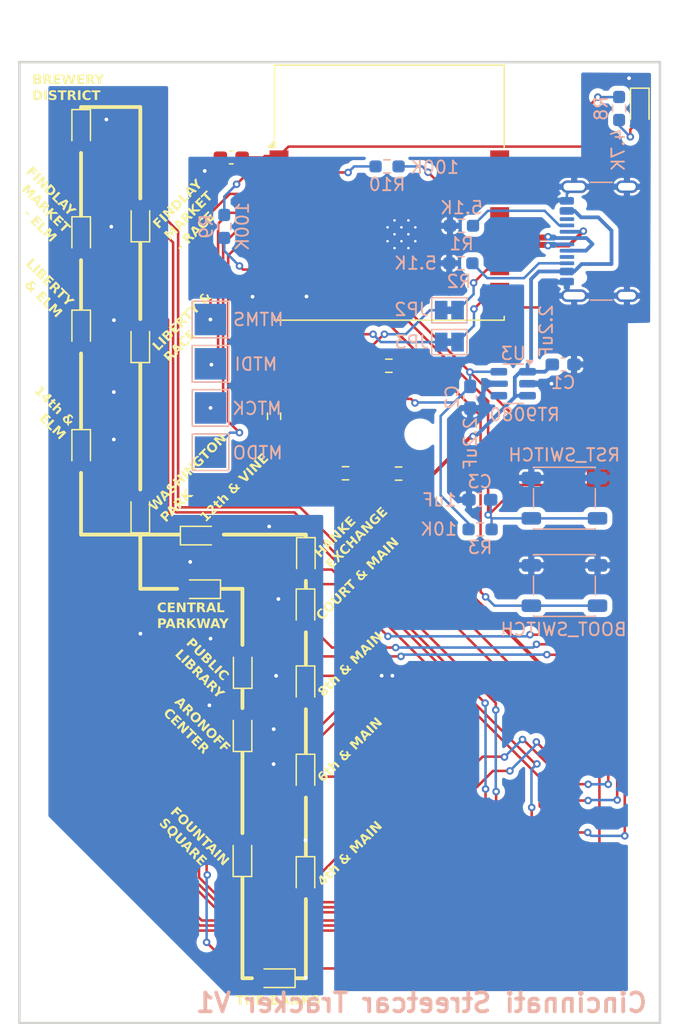
<source format=kicad_pcb>
(kicad_pcb (version 20240108) (generator "pcbnew") (generator_version "8.0")
  (layers (0 "F.Cu" signal) (31 "B.Cu" signal) (34 "B.Paste" user) (35 "F.Paste" user) (36 "B.SilkS" user "B.Silkscreen") (37 "F.SilkS" user "F.Silkscreen") (38 "B.Mask" user) (39 "F.Mask" user) (44 "Edge.Cuts" user))
  (net 0 "")
  (net 1 "+5V")
  (net 2 "GND")
  (net 3 "+3V3")
  (net 4 "/RESET")
  (net 5 "Net-(D1-A)")
  (net 6 "/COM_0")
  (net 7 "Net-(D18-A)")
  (net 8 "Net-(D10-A)")
  (net 9 "Net-(D11-A)")
  (net 10 "/ROW_11")
  (net 11 "/ROW_12")
  (net 12 "/ROW_13")
  (net 13 "/ROW_14")
  (net 14 "/ROW_15")
  (net 15 "/COM_1")
  (net 16 "/COM_2")
  (net 17 "Net-(D100-A)")
  (net 18 "/SDA_3V3")
  (net 19 "Net-(JP2-A)")
  (net 20 "Net-(JP3-A)")
  (net 21 "/SCL_3V3")
  (net 22 "/SDA_5V")
  (net 23 "/SCL_5V")
  (net 24 "Net-(U2-IO8)")
  (net 25 "Net-(U2-IO2)")
  (net 26 "Net-(U2-IO4)")
  (net 27 "Net-(U2-IO5)")
  (net 28 "Net-(U2-IO6)")
  (net 29 "Net-(U2-IO7)")
  (net 30 "Net-(U2-IO10)")
  (net 36 "/USB_N")
  (net 37 "/BOOT")
  (net 40 "/USB_P")
  (net 43 "Net-(J1-CC1)")
  (net 44 "Net-(J1-CC2)")
  (net 47 "Net-(D3-A)")
  (net 48 "Net-(D4-A)")
  (net 49 "Net-(D5-A)")
  (net 50 "Net-(D6-A)")
  (net 51 "Net-(D7-A)")
  (net 52 "Net-(D8-A)")
  (net 53 "Net-(D9-A)")
  (footprint "LED_SMD:LED_0603_1608Metric_Pad1.05x0.95mm_HandSolder" (layer "F.Cu") (at 106.5 64.725 -90)
    (property "Reference" "D10" (hide yes))
    (property "Value" "LED_Small_Filled")
  )
  (footprint "LED_SMD:LED_0603_1608Metric_Pad1.05x0.95mm_HandSolder" (layer "F.Cu") (at 106.5 56.225 -90)
    (property "Reference" "D11" (hide yes))
    (property "Value" "LED_Small_Filled")
  )
  (footprint "Resistor_SMD:R_0603_1608Metric_Pad0.98x0.95mm_HandSolder" (layer "F.Cu") (at 127.4625 83.4 180)
    (property "Reference" "R7" (hide yes))
    (property "Value" "10K")
  )
  (footprint "LED_SMD:LED_0603_1608Metric_Pad1.05x0.95mm_HandSolder" (layer "F.Cu") (at 150.8 54.525 -90)
    (property "Reference" "D100" (hide yes))
    (property "Value" "LED")
  )
  (footprint "Package_TO_SOT_SMD:SOT-23_Handsoldering" (layer "F.Cu") (at 128.925 79 -90)
    (property "Reference" "Q1" (hide yes))
    (property "Value" "BSS138")
  )
  (footprint "LED_SMD:LED_0603_1608Metric_Pad1.05x0.95mm_HandSolder" (layer "F.Cu") (at 111.2 63.3875 90)
    (property "Reference" "D12" (hide yes))
    (property "Value" "LED_Small_Filled")
  )
  (footprint "LED_SMD:LED_0603_1608Metric_Pad1.05x0.95mm_HandSolder" (layer "F.Cu") (at 119.31 98.7925 90)
    (property "Reference" "D16" (hide yes))
    (property "Value" "LED_Small_Filled")
  )
  (footprint "MountingHole:MountingHole_2.1mm" (layer "F.Cu") (at 133.38 80.31)
    (property "Reference" "H1" (hide yes))
    (property "Value" "MountingHole")
  )
  (footprint "LED_SMD:LED_0603_1608Metric_Pad1.05x0.95mm_HandSolder" (layer "F.Cu") (at 111.19 86.4625 90)
    (property "Reference" "D14" (hide yes))
    (property "Value" "LED_Small_Filled")
  )
  (footprint "TestPoint:TestPoint_Pad_2.5x2.5mm" (layer "F.Cu") (at 147.85 80.82 180)
    (property "Reference" "TP10" (hide yes))
    (property "Value" "RST")
  )
  (footprint "LED_SMD:LED_0603_1608Metric_Pad1.05x0.95mm_HandSolder" (layer "F.Cu") (at 124.29 115.4625 -90)
    (property "Reference" "D2" (hide yes))
    (property "Value" "LED_Small_Filled")
  )
  (footprint "TestPoint:TestPoint_Pad_2.5x2.5mm" (layer "F.Cu") (at 147.84 73.8)
    (property "Reference" "TP5" (hide yes))
    (property "Value" "IO10")
  )
  (footprint "LED_SMD:LED_0603_1608Metric_Pad1.05x0.95mm_HandSolder" (layer "F.Cu") (at 124.29 100.3375 -90)
    (property "Reference" "D4" (hide yes))
    (property "Value" "LED_Small_Filled")
  )
  (footprint "LED_SMD:LED_0603_1608Metric_Pad1.05x0.95mm_HandSolder" (layer "F.Cu") (at 124.32 90.1625 -90)
    (property "Reference" "D6" (hide yes))
    (property "Value" "LED_Small_Filled")
  )
  (footprint "LED_SMD:LED_0603_1608Metric_Pad1.05x0.95mm_HandSolder" (layer "F.Cu") (at 124.29 94.2375 -90)
    (property "Reference" "D5" (hide yes))
    (property "Value" "LED_Small_Filled")
  )
  (footprint "Resistor_SMD:R_0603_1608Metric_Pad0.98x0.95mm_HandSolder" (layer "F.Cu") (at 130.9 74.875 180)
    (property "Reference" "R4" (hide yes))
    (property "Value" "10K")
  )
  (footprint "TestPoint:TestPoint_Pad_2.5x2.5mm" (layer "F.Cu") (at 147.85 77.325)
    (property "Reference" "TP9" (hide yes))
    (property "Value" "GND")
  )
  (footprint "LED_SMD:LED_0603_1608Metric_Pad1.05x0.95mm_HandSolder" (layer "F.Cu") (at 116.03 88.3425)
    (property "Reference" "D7" (hide yes))
    (property "Value" "LED_Small_Filled")
  )
  (footprint "Package_SO:SOP-28_8.4x18.16mm_P1.27mm" (layer "F.Cu") (at 139.2375 108.69)
    (property "Reference" "U1" (hide yes))
    (property "Value" "HT16K33A")
  )
  (footprint "LED_SMD:LED_0603_1608Metric_Pad1.05x0.95mm_HandSolder" (layer "F.Cu") (at 121.805 123.4375 180)
    (property "Reference" "D1" (hide yes))
    (property "Value" "LED_Small_Filled")
  )
  (footprint "RF_Module:ESP32-C3-WROOM-02" (layer "F.Cu") (at 130.94 64.25)
    (property "Reference" "U2" (hide yes))
    (property "Value" "ESP32-C3-WROOM-02")
  )
  (footprint "LED_SMD:LED_0603_1608Metric_Pad1.05x0.95mm_HandSolder" (layer "F.Cu") (at 119.3 103.8 90)
    (property "Reference" "D17" (hide yes))
    (property "Value" "LED_Small_Filled")
  )
  (footprint "LED_SMD:LED_0603_1608Metric_Pad1.05x0.95mm_HandSolder" (layer "F.Cu") (at 115.89 92.5925 180)
    (property "Reference" "D15" (hide yes))
    (property "Value" "LED_Small_Filled")
  )
  (footprint "LED_SMD:LED_0603_1608Metric_Pad1.05x0.95mm_HandSolder" (layer "F.Cu") (at 106.5 81.6 -90)
    (property "Reference" "D8" (hide yes))
    (property "Value" "LED_Small_Filled")
  )
  (footprint "LED_SMD:LED_0603_1608Metric_Pad1.05x0.95mm_HandSolder" (layer "F.Cu") (at 124.29 107.3375 -90)
    (property "Reference" "D3" (hide yes))
    (property "Value" "LED_Small_Filled")
  )
  (footprint "LED_SMD:LED_0603_1608Metric_Pad1.05x0.95mm_HandSolder" (layer "F.Cu") (at 106.5 72.125 -90)
    (property "Reference" "D9" (hide yes))
    (property "Value" "LED_Small_Filled")
  )
  (footprint "LED_SMD:LED_0603_1608Metric_Pad1.05x0.95mm_HandSolder" (layer "F.Cu") (at 119.29 113.7125 90)
    (property "Reference" "D18" (hide yes))
    (property "Value" "LED_Small_Filled")
  )
  (footprint "Capacitor_SMD:C_0603_1608Metric_Pad1.08x0.95mm_HandSolder" (layer "F.Cu") (at 118.4025 58.36 180)
    (property "Reference" "C4" (hide yes))
    (property "Value" "2.2uF")
  )
  (footprint "LED_SMD:LED_0603_1608Metric_Pad1.05x0.95mm_HandSolder" (layer "F.Cu") (at 111.19 72.9625 90)
    (property "Reference" "D13" (hide yes))
    (property "Value" "LED_Small_Filled")
  )
  (footprint "Resistor_SMD:R_0603_1608Metric_Pad0.98x0.95mm_HandSolder" (layer "F.Cu") (at 131.675 83.425 180)
    (property "Reference" "R6" (hide yes))
    (property "Value" "10K")
  )
  (footprint "Package_TO_SOT_SMD:SOT-23_Handsoldering" (layer "F.Cu") (at 124.76 79.01 -90)
    (property "Reference" "Q2" (hide yes))
    (property "Value" "BSS138")
  )
  (footprint "TestPoint:TestPoint_Pad_2.5x2.5mm" (layer "F.Cu") (at 147.85 84.33)
    (property "Reference" "TP8" (hide yes))
    (property "Value" "RST")
  )
  (footprint "Resistor_SMD:R_0603_1608Metric_Pad0.98x0.95mm_HandSolder" (layer "F.Cu") (at 121.8 78.875 90)
    (property "Reference" "R5" (hide yes))
    (property "Value" "10K")
  )
  (footprint "Resistor_SMD:R_0603_1608Metric_Pad0.98x0.95mm_HandSolder" (layer "B.Cu") (at 136.6625 63.775)
    (property "Reference" "R1")
    (property "Value" "5.1K")
  )
  (footprint "Jumper:SolderJumper-2_P1.3mm_Bridged_Pad1.0x1.5mm" (layer "B.Cu") (at 135.7 73 180)
    (property "Reference" "JP3")
    (property "Value" "SolderJumper_2_Bridged" (hide yes))
  )
  (footprint "Button_Switch_SMD:SW_SPST_PTS647_Sx50" (layer "B.Cu") (at 144.825 85.375 180)
    (property "Reference" "SW1" (hide yes))
    (property "Value" "RST_SWITCH")
  )
  (footprint "TestPoint:TestPoint_Pad_2.5x2.5mm" (layer "B.Cu") (at 116.76 78.22 180)
    (property "Reference" "TP3" (hide yes))
    (property "Value" "MTCK")
  )
  (footprint "Capacitor_SMD:C_0603_1608Metric_Pad1.08x0.95mm_HandSolder" (layer "B.Cu") (at 138.1125 85.5 180)
    (property "Reference" "C3")
    (property "Value" "1uF")
  )
  (footprint "Resistor_SMD:R_0603_1608Metric_Pad0.98x0.95mm_HandSolder" (layer "B.Cu") (at 149.1625 54.475 -90)
    (property "Reference" "R8")
    (property "Value" "4.7K")
  )
  (footprint "Resistor_SMD:R_0603_1608Metric_Pad0.98x0.95mm_HandSolder" (layer "B.Cu") (at 136.6125 66.75)
    (property "Reference" "R2")
    (property "Value" "5.1K")
  )
  (footprint "TestPoint:TestPoint_Pad_2.5x2.5mm" (layer "B.Cu") (at 116.75 71.21 180)
    (property "Reference" "TP1" (hide yes))
    (property "Value" "MTMS")
  )
  (footprint "Resistor_SMD:R_0603_1608Metric_Pad0.98x0.95mm_HandSolder" (layer "B.Cu") (at 130.76 59.07)
    (property "Reference" "R10")
    (property "Value" "100K")
  )
  (footprint "Resistor_SMD:R_0603_1608Metric_Pad0.98x0.95mm_HandSolder" (layer "B.Cu") (at 138.1375 87.85)
    (property "Reference" "R3")
    (property "Value" "10K")
  )
  (footprint "TestPoint:TestPoint_Pad_2.5x2.5mm" (layer "B.Cu") (at 116.75 74.72 180)
    (property "Reference" "TP2" (hide yes))
    (property "Value" "MTDI")
  )
  (footprint "TestPoint:TestPoint_Pad_2.5x2.5mm" (layer "B.Cu") (at 116.76 81.73 180)
    (property "Reference" "TP4" (hide yes))
    (property "Value" "MTDO")
  )
  (footprint "Button_Switch_SMD:SW_SPST_PTS647_Sx50" (layer "B.Cu") (at 144.825 92.3 180)
    (property "Reference" "SW2" (hide yes))
    (property "Value" "BOOT_SWITCH")
  )
  (footprint "Capacitor_SMD:C_0603_1608Metric_Pad1.08x0.95mm_HandSolder" (layer "B.Cu") (at 144.725 74.775)
    (property "Reference" "C1")
    (property "Value" "2.2uF")
  )
  (footprint "Connector_USB:USB_C_Receptacle_GCT_USB4105-xx-A_16P_TopMnt_Horizontal" (layer "B.Cu") (at 148.705 65 -90)
    (property "Reference" "J1" (hide yes))
    (property "Value" "USB_C_Receptacle_USB2.0_16P")
  )
  (footprint "Resistor_SMD:R_0603_1608Metric_Pad0.98x0.95mm_HandSolder" (layer "B.Cu") (at 117.85 63.83 -90)
    (property "Reference" "R9")
    (property "Value" "100K")
  )
  (footprint "Package_TO_SOT_SMD:TSOT-23-5" (layer "B.Cu") (at 140.7625 76.3 180)
    (property "Reference" "U3")
    (property "Value" "RT9080")
  )
  (footprint "Capacitor_SMD:C_0603_1608Metric_Pad1.08x0.95mm_HandSolder" (layer "B.Cu") (at 137.35 77.375 -90)
    (property "Reference" "C2")
    (property "Value" "2.2uF")
  )
  (footprint "Jumper:SolderJumper-2_P1.3mm_Bridged_Pad1.0x1.5mm" (layer "B.Cu") (at 135.7 70.475 180)
    (property "Reference" "JP2")
    (property "Value" "SolderJumper_2_Bridged" (hide yes))
  )
  (gr_line (start 119.29 100.55) (end 119.29 102.03) (stroke (width 0.3)) (layer "F.SilkS"))
  (gr_line (start 117.81 88.2625) (end 124.32 88.2625) (stroke (width 0.3)) (layer "F.SilkS"))
  (gr_line (start 106.49 66.5) (end 106.49 70.37) (stroke (width 0.3)) (layer "F.SilkS"))
  (gr_line (start 124.32 117.16) (end 124.32 123.4375) (stroke (width 0.3)) (layer "F.SilkS"))
  (gr_line (start 119.29 115.46) (end 119.29 123.4375) (stroke (width 0.3)) (layer "F.SilkS"))
  (gr_line (start 124.32 96.01) (end 124.32 98.58) (stroke (width 0.3)) (layer "F.SilkS"))
  (gr_line (start 106.49 83.37) (end 106.49 88.2625) (stroke (width 0.3)) (layer "F.SilkS"))
  (gr_line (start 120.04 123.4375) (end 119.29 123.4375) (stroke (width 0.3)) (layer "F.SilkS"))
  (gr_line (start 106.49 88.2625) (end 114.26 88.2625) (stroke (width 0.3)) (layer "F.SilkS"))
  (gr_line (start 106.49 73.9) (end 106.49 79.85) (stroke (width 0.3)) (layer "F.SilkS"))
  (gr_line (start 111.19 65.14) (end 111.19 71.18) (stroke (width 0.3)) (layer "F.SilkS"))
  (gr_line (start 124.325 123.44) (end 123.56 123.44) (stroke (width 0.3)) (layer "F.SilkS"))
  (gr_line (start 111.19 54.3625) (end 106.5 54.3625) (stroke (width 0.3)) (layer "F.SilkS"))
  (gr_line (start 124.32 88.2625) (end 124.32 88.41) (stroke (width 0.3)) (layer "F.SilkS"))
  (gr_line (start 124.32 109.11) (end 124.32 113.71) (stroke (width 0.3)) (layer "F.SilkS"))
  (gr_line (start 106.49 54.37) (end 106.49 54.47) (stroke (width 0.3)) (layer "F.SilkS"))
  (gr_line (start 119.29 92.5625) (end 119.29 97.01) (stroke (width 0.3)) (layer "F.SilkS"))
  (gr_line (start 111.19 54.3625) (end 111.19 61.61) (stroke (width 0.3)) (layer "F.SilkS"))
  (gr_line (start 111.19 74.72) (end 111.19 84.69) (stroke (width 0.3)) (layer "F.SilkS"))
  (gr_line (start 111.19 92.5625) (end 111.19 92.5625) (stroke (width 0.3)) (layer "F.SilkS"))
  (gr_line (start 114.11 92.5625) (end 111.19 92.5625) (stroke (width 0.3)) (layer "F.SilkS"))
  (gr_line (start 119.29 92.5625) (end 117.64 92.5625) (stroke (width 0.3)) (layer "F.SilkS"))
  (gr_line (start 111.19 88.26) (end 111.19 92.5625) (stroke (width 0.3)) (layer "F.SilkS"))
  (gr_line (start 124.32 102.11) (end 124.32 105.58) (stroke (width 0.3)) (layer "F.SilkS"))
  (gr_line (start 124.32 91.93) (end 124.32 92.48) (stroke (width 0.3)) (layer "F.SilkS"))
  (gr_line (start 106.49 58) (end 106.49 62.98) (stroke (width 0.3)) (layer "F.SilkS"))
  (gr_line (start 119.29 105.55) (end 119.29 111.94) (stroke (width 0.3)) (layer "F.SilkS"))
  (gr_rect (start 101.6 50.8) (end 152.4 127) (stroke (width 0.2)) (fill none) (layer "Edge.Cuts"))
  (gr_text "Cincinnati Streetcar Tracker V1" (at 151.54 126.26 0) (layer "B.SilkS") (effects (font (size 1.5 1.5) (thickness 0.3) (bold yes)) (justify left bottom mirror)))
  (gr_text "12th & VINE" (at 116.45 87.41 45) (layer "F.SilkS") (effects (font (size 0.75 0.75) (thickness 0.15) (bold yes)) (justify left bottom)))
  (gr_text "PUBLIC \nLIBRARY" (at 113.79 97.88 315) (layer "F.SilkS") (effects (font (size 0.75 0.75) (thickness 0.15) (bold yes)) (justify left bottom)))
  (gr_text "ARONOFF\nCENTER" (at 112.87 102.54 315) (layer "F.SilkS") (effects (font (size 0.75 0.75) (thickness 0.15) (bold yes)) (justify left bottom)))
  (gr_text "14th & \n     ELM" (at 101.75 77.87 315) (layer "F.SilkS") (effects (font (size 0.75 0.75) (thickness 0.15) (bold yes)) (justify left bottom)))
  (gr_text "LIBERTY\n   & ELM" (at 101.08 67.81 315) (layer "F.SilkS") (effects (font (size 0.75 0.75) (thickness 0.15) (bold yes)) (justify left bottom)))
  (gr_text "FINDLAY \n  MARKET\n      - ELM\n" (at 100.21 61.39 315) (layer "F.SilkS") (effects (font (size 0.75 0.75) (thickness 0.15) (bold yes)) (justify left bottom)))
  (gr_text "WASHINGTON \nPARK" (at 113.3 87.43 45) (layer "F.SilkS") (effects (font (size 0.75 0.75) (thickness 0.15) (bold yes)) (justify left bottom)))
  (gr_text "4th & MAIN" (at 125.75 116.28 45) (layer "F.SilkS") (effects (font (size 0.75 0.75) (thickness 0.15) (bold yes)) (justify left bottom)))
  (gr_text "FOUNTAIN\nSQUARE\n" (at 112.54 111.27 315) (layer "F.SilkS") (effects (font (size 0.75 0.75) (thickness 0.15) (bold yes)) (justify left bottom)))
  (gr_text "LIBERTY &\nRACE" (at 113.57 74.74 45) (layer "F.SilkS") (effects (font (size 0.75 0.75) (thickness 0.15) (bold yes)) (justify left bottom)))
  (gr_text "FINDLAY \nMARKET\n- RACE" (at 114.5 65.94 45) (layer "F.SilkS") (effects (font (size 0.75 0.75) (thickness 0.15) (bold yes)) (justify left bottom)))
  (gr_text "8th & MAIN" (at 125.79 101.27 45) (layer "F.SilkS") (effects (font (size 0.75 0.75) (thickness 0.15) (bold yes)) (justify left bottom)))
  (gr_text "HANKE \nEXCHANGE" (at 126.42 91.13 45) (layer "F.SilkS") (effects (font (size 0.75 0.75) (thickness 0.15) (bold yes)) (justify left bottom)))
  (gr_text "COURT & MAIN" (at 125.65 95.2 45) (layer "F.SilkS") (effects (font (size 0.75 0.75) (thickness 0.15) (bold yes)) (justify left bottom)))
  (gr_text "CENTRAL \nPARKWAY" (at 112.51 95.8 0) (layer "F.SilkS") (effects (font (size 0.75 0.75) (thickness 0.15) (bold yes)) (justify left bottom)))
  (gr_text "THE BANKS\n" (at 118.75 125.67 0) (layer "F.SilkS") (effects (font (size 0.75 0.75) (thickness 0.125) (bold yes)) (justify left bottom)))
  (gr_text "6th & MAIN" (at 125.76 108.06 45) (layer "F.SilkS") (effects (font (size 0.75 0.75) (thickness 0.15) (bold yes)) (justify left bottom)))
  (gr_text "BREWERY\nDISTRICT" (at 102.61 53.93 0) (layer "F.SilkS") (effects (font (size 0.75 0.75) (thickness 0.15) (bold yes)) (justify left bottom)))
  (segment (start 132.5875 88.2225) (end 132.5875 83.425) (width 0.3) (layer "F.Cu") (net 1))
  (segment (start 128.525 79.15) (end 129.237648 79.15) (width 0.2) (layer "F.Cu") (net 1))
  (segment (start 144.8 100.435) (end 132.5875 88.2225) (width 0.3) (layer "F.Cu") (net 1))
  (segment (start 137.415619 80.474381) (end 134.465 83.425) (width 0.3) (layer "F.Cu") (net 1))
  (segment (start 128.375 83.4) (end 128.225 83.25) (width 0.2) (layer "F.Cu") (net 1))
  (segment (start 128.225 79.45) (end 128.525 79.15) (width 0.2) (layer "F.Cu") (net 1))
  (segment (start 137.575 80.474381) (end 137.415619 80.474381) (width 0.3) (layer "F.Cu") (net 1))
  (segment (start 129.237648 79.15) (end 132.5875 82.499852) (width 0.2) (layer "F.Cu") (net 1))
  (segment (start 132.5875 82.499852) (end 132.5875 83.425) (width 0.2) (layer "F.Cu") (net 1))
  (segment (start 128.225 83.25) (end 128.225 79.45) (width 0.2) (layer "F.Cu") (net 1))
  (segment (start 134.465 83.425) (end 132.5875 83.425) (width 0.3) (layer "F.Cu") (net 1))
  (via (at 137.575 80.474381) (size 0.6) (drill 0.3) (layers "F.Cu" "B.Cu") (net 1))
  (segment (start 141.9 74.78) (end 141.9 75.35) (width 0.3) (layer "B.Cu") (net 1))
  (segment (start 137.575 80.474381) (end 137.774381 80.474381) (width 0.3) (layer "B.Cu") (net 1))
  (segment (start 142.79 67.4) (end 142.18 68.01) (width 0.3) (layer "B.Cu") (net 1))
  (segment (start 146.145406 63.11) (end 145.635406 62.6) (width 0.3) (layer "B.Cu") (net 1))
  (segment (start 141.9 75.35) (end 143.2875 75.35) (width 0.3) (layer "B.Cu") (net 1))
  (segment (start 145.635406 62.6) (end 145.025 62.6) (width 0.3) (layer "B.Cu") (net 1))
  (segment (start 145.6 67.4) (end 146.19 66.81) (width 0.3) (layer "B.Cu") (net 1))
  (segment (start 140.909381 77.339381) (end 140.8875 77.3175) (width 0.3) (layer "B.Cu") (net 1))
  (segment (start 137.774381 80.474381) (end 140.909381 77.339381) (width 0.3) (layer "B.Cu") (net 1))
  (segment (start 141.9 77.25) (end 140.998762 77.25) (width 0.3) (layer "B.Cu") (net 1))
  (segment (start 142.18 68.01) (end 142.18 74.5) (width 0.3) (layer "B.Cu") (net 1))
  (segment (start 147.51 63.11) (end 146.145406 63.11) (width 0.3) (layer "B.Cu") (net 1))
  (segment (start 140.998762 77.25) (end 140.909381 77.339381) (width 0.3) (layer "B.Cu") (net 1))
  (segment (start 140.8875 77.3175) (end 140.8875 75.7925) (width 0.3) (layer "B.Cu") (net 1))
  (segment (start 141.33 75.35) (end 141.9 75.35) (width 0.3) (layer "B.Cu") (net 1))
  (segment (start 143.2875 75.35) (end 143.8625 74.775) (width 0.3) (layer "B.Cu") (net 1))
  (segment (start 140.8875 75.7925) (end 141.33 75.35) (width 0.3) (layer "B.Cu") (net 1))
  (segment (start 145.025 67.4) (end 142.79 67.4) (width 0.3) (layer "B.Cu") (net 1))
  (segment (start 142.18 74.5) (end 141.9 74.78) (width 0.3) (layer "B.Cu") (net 1))
  (segment (start 148.56 66.81) (end 148.56 64.16) (width 0.3) (layer "B.Cu") (net 1))
  (segment (start 145.025 67.4) (end 145.6 67.4) (width 0.3) (layer "B.Cu") (net 1))
  (segment (start 148.56 64.16) (end 147.51 63.11) (width 0.3) (layer "B.Cu") (net 1))
  (segment (start 146.19 66.81) (end 148.56 66.81) (width 0.3) (layer "B.Cu") (net 1))
  (segment (start 143.8625 74.775) (end 143.675 74.775) (width 0.2) (layer "B.Cu") (net 1))
  (segment (start 150.8 53.65) (end 150.8 52.925) (width 0.2) (layer "F.Cu") (net 2))
  (segment (start 122.19 70.25) (end 120.94 70.25) (width 0.2) (layer "F.Cu") (net 2))
  (segment (start 143.8 76.3) (end 144.825 77.325) (width 0.2) (layer "F.Cu") (net 2))
  (segment (start 133.675 100.435) (end 132.165 100.435) (width 0.2) (layer "F.Cu") (net 2))
  (segment (start 132.165 100.435) (end 131.18 99.45) (width 0.2) (layer "F.Cu") (net 2))
  (segment (start 144.825 77.325) (end 147.85 77.325) (width 0.2) (layer "F.Cu") (net 2))
  (segment (start 123.5 70.25) (end 124.37 69.38) (width 0.2) (layer "F.Cu") (net 2))
  (segment (start 120.94 70.25) (end 120.09 69.4) (width 0.2) (layer "F.Cu") (net 2))
  (segment (start 117.54 58.36) (end 117.37 58.36) (width 0.2) (layer "F.Cu") (net 2))
  (segment (start 117.37 58.36) (end 116.3 59.43) (width 0.2) (layer "F.Cu") (net 2))
  (segment (start 131.315 100.435) (end 130.33 99.45) (width 0.2) (layer "F.Cu") (net 2))
  (segment (start 133.675 100.435) (end 131.315 100.435) (width 0.2) (layer "F.Cu") (net 2))
  (segment (start 122.19 70.25) (end 123.5 70.25) (width 0.2) (layer "F.Cu") (net 2))
  (segment (start 150.8 52.925) (end 149.95 52.075) (width 0.2) (layer "F.Cu") (net 2))
  (via (at 120.09 69.4) (size 0.6) (drill 0.3) (layers "F.Cu" "B.Cu") (net 2))
  (via (at 116.3 59.43) (size 0.6) (drill 0.3) (layers "F.Cu" "B.Cu") (net 2))
  (via (at 131.18 99.45) (size 0.6) (drill 0.3) (layers "F.Cu" "B.Cu") (net 2))
  (via (at 149.95 52.075) (size 0.6) (drill 0.3) (layers "F.Cu" "B.Cu") (net 2))
  (via (at 130.33 99.45) (size 0.6) (drill 0.3) (layers "F.Cu" "B.Cu") (net 2))
  (via (at 143.8 76.3) (size 0.6) (drill 0.3) (layers "F.Cu" "B.Cu") (net 2))
  (via (at 124.37 69.38) (size 0.6) (drill 0.3) (layers "F.Cu" "B.Cu") (net 2))
  (segment (start 145.6 69.32) (end 145.6 69.475) (width 0.2) (layer "B.Cu") (net 2))
  (segment (start 145.015 61.265) (end 145.6 60.68) (width 0.2) (layer "B.Cu") (net 2))
  (segment (start 145.01625 68.73625) (end 145.6 69.32) (width 0.2) (layer "B.Cu") (net 2))
  (segment (start 145.015 61.8) (end 145.015 61.265) (width 0.2) (layer "B.Cu") (net 2))
  (segment (start 145.01625 68.2) (end 145.01625 68.73625) (width 0.2) (layer "B.Cu") (net 2))
  (segment (start 143.8 76.3) (end 141.9 76.3) (width 0.2) (layer "B.Cu") (net 2))
  (segment (start 149.78 69.32) (end 149.78 69.845) (width 0.2) (layer "B.Cu") (net 2))
  (segment (start 119.265 58.36) (end 122.08 58.36) (width 0.2) (layer "F.Cu") (net 3))
  (segment (start 126.65 78.75) (end 128.625 78.75) (width 0.2) (layer "F.Cu") (net 3))
  (segment (start 142.77 80.82) (end 147.85 80.82) (width 0.2) (layer "F.Cu") (net 3))
  (segment (start 137.325 75.375) (end 124.825 62.875) (width 0.2) (layer "F.Cu") (net 3))
  (segment (start 132.975 77.825) (end 132.65 77.5) (width 0.2) (layer "F.Cu") (net 3))
  (segment (start 137.325 75.375) (end 142.77 80.82) (width 0.2) (layer "F.Cu") (net 3))
  (segment (start 131.8125 76.6775) (end 130.99 77.5) (width 0.2) (layer "F.Cu") (net 3))
  (segment (start 123 58.76) (end 122.49 58.25) (width 0.2) (layer "F.Cu") (net 3))
  (segment (start 137.325 75.375) (end 137.375 75.375) (width 0.2) (layer "F.Cu") (net 3))
  (segment (start 146.4 57.5) (end 146.9 57) (width 0.2) (layer "F.Cu") (net 3))
  (segment (start 124.825 60.585) (end 123 58.76) (width 0.2) (layer "F.Cu") (net 3))
  (segment (start 125.71 77.81) (end 126.65 78.75) (width 0.2) (layer "F.Cu") (net 3))
  (segment (start 122.49 58.25) (end 122.19 58.25) (width 0.2) (layer "F.Cu") (net 3))
  (segment (start 146.9 54.15) (end 147.475 53.575) (width 0.2) (layer "F.Cu") (net 3))
  (segment (start 122.08 58.36) (end 122.19 58.25) (width 0.2) (layer "F.Cu") (net 3))
  (segment (start 131.8125 74.875) (end 131.8125 76.6625) (width 0.2) (layer "F.Cu") (net 3))
  (segment (start 125.71 77.51) (end 125.71 77.81) (width 0.2) (layer "F.Cu") (net 3))
  (segment (start 122.94 57.5) (end 146.4 57.5) (width 0.2) (layer "F.Cu") (net 3))
  (segment (start 132.65 77.5) (end 130.99 77.5) (width 0.2) (layer "F.Cu") (net 3))
  (segment (start 123.79 59.55) (end 123 58.76) (width 0.2) (layer "F.Cu") (net 3))
  (segment (start 121.8 79.7875) (end 123.4325 79.7875) (width 0.2) (layer "F.Cu") (net 3))
  (segment (start 128.625 78.75) (end 129.875 77.5) (width 0.2) (layer "F.Cu") (net 3))
  (segment (start 127.67 59.55) (end 123.79 59.55) (width 0.2) (layer "F.Cu") (net 3))
  (segment (start 124.825 62.875) (end 124.825 60.585) (width 0.2) (layer "F.Cu") (net 3))
  (segment (start 130.99 77.5) (end 129.875 77.5) (width 0.2) (layer "F.Cu") (net 3))
  (segment (start 118.825 60.485) (end 121.06 58.25) (width 0.2) (layer "F.Cu") (net 3))
  (segment (start 123.4325 79.7875) (end 125.71 77.51) (width 0.2) (layer "F.Cu") (net 3))
  (segment (start 121.06 58.25) (end 122.19 58.25) (width 0.2) (layer "F.Cu") (net 3))
  (segment (start 146.9 57) (end 146.9 54.15) (width 0.2) (layer "F.Cu") (net 3))
  (segment (start 131.8125 76.6625) (end 131.8125 76.6775) (width 0.2) (layer "F.Cu") (net 3))
  (segment (start 122.19 58.25) (end 122.94 57.5) (width 0.2) (layer "F.Cu") (net 3))
  (via (at 137.325 75.375) (size 0.6) (drill 0.3) (layers "F.Cu" "B.Cu") (net 3))
  (via (at 127.67 59.55) (size 0.6) (drill 0.3) (layers "F.Cu" "B.Cu") (net 3))
  (via (at 132.975 77.825) (size 0.6) (drill 0.3) (layers "F.Cu" "B.Cu") (net 3))
  (via (at 147.475 53.575) (size 0.6) (drill 0.3) (layers "F.Cu" "B.Cu") (net 3))
  (via (at 118.825 60.485) (size 0.6) (drill 0.3) (layers "F.Cu" "B.Cu") (net 3))
  (segment (start 128.15 59.07) (end 127.67 59.55) (width 0.2) (layer "B.Cu") (net 3))
  (segment (start 137.225 87.85) (end 137.225 87.375) (width 0.2) (layer "B.Cu") (net 3))
  (segment (start 136.075 77.7875) (end 137.35 76.5125) (width 0.2) (layer "B.Cu") (net 3))
  (segment (start 147.475 53.575) (end 149.15 53.575) (width 0.2) (layer "B.Cu") (net 3))
  (segment (start 137.35 75.35) (end 137.325 75.375) (width 0.2) (layer "B.Cu") (net 3))
  (segment (start 135.01 78.8525) (end 136.075 77.7875) (width 0.2) (layer "B.Cu") (net 3))
  (segment (start 136.075 77.7875) (end 133.0125 77.7875) (width 0.2) (layer "B.Cu") (net 3))
  (segment (start 118.825 60.485) (end 117.85 61.46) (width 0.2) (layer "B.Cu") (net 3))
  (segment (start 135.01 85.16) (end 135.01 78.8525) (width 0.2) (layer "B.Cu") (net 3))
  (segment (start 137.225 87.375) (end 135.01 85.16) (width 0.2) (layer "B.Cu") (net 3))
  (segment (start 137.35 75.4) (end 137.325 75.375) (width 0.2) (layer "B.Cu") (net 3))
  (segment (start 137.35 76.5125) (end 137.35 75.4) (width 0.2) (layer "B.Cu") (net 3))
  (segment (start 129.8475 59.07) (end 128.15 59.07) (width 0.2) (layer "B.Cu") (net 3))
  (segment (start 133.0125 77.7875) (end 132.975 77.825) (width 0.2) (layer "B.Cu") (net 3))
  (segment (start 117.85 61.46) (end 117.85 62.9175) (width 0.2) (layer "B.Cu") (net 3))
  (segment (start 139.625 75.35) (end 137.35 75.35) (width 0.2) (layer "B.Cu") (net 3))
  (segment (start 149.15 53.575) (end 149.1625 53.5625) (width 0.2) (layer "B.Cu") (net 3))
  (segment (start 122.825 59.75) (end 122.19 59.75) (width 0.2) (layer "F.Cu") (net 4))
  (segment (start 124.425 61.35) (end 122.825 59.75) (width 0.2) (layer "F.Cu") (net 4))
  (segment (start 138.775 86.7) (end 138.775 77.673529) (width 0.2) (layer "F.Cu") (net 4))
  (segment (start 138.775 86.7) (end 138.82 86.7) (width 0.2) (layer "F.Cu") (net 4))
  (segment (start 138.775 77.673529) (end 133.326471 72.225) (width 0.2) (layer "F.Cu") (net 4))
  (segment (start 141.19 84.33) (end 147.85 84.33) (width 0.2) (layer "F.Cu") (net 4))
  (segment (start 133.326471 72.225) (end 133.325 72.225) (width 0.2) (layer "F.Cu") (net 4))
  (segment (start 133.325 72.225) (end 124.425 63.325) (width 0.2) (layer "F.Cu") (net 4))
  (segment (start 124.425 63.325) (end 124.425 61.35) (width 0.2) (layer "F.Cu") (net 4))
  (segment (start 138.82 86.7) (end 141.19 84.33) (width 0.2) (layer "F.Cu") (net 4))
  (via (at 138.775 86.7) (size 0.6) (drill 0.3) (layers "F.Cu" "B.Cu") (net 4))
  (segment (start 138.975 85.5) (end 138.975 86.9) (width 0.2) (layer "B.Cu") (net 4))
  (segment (start 142.2 86.975) (end 147.45 86.975) (width 0.2) (layer "B.Cu") (net 4))
  (segment (start 139.05 86.975) (end 139.05 87.85) (width 0.2) (layer "B.Cu") (net 4))
  (segment (start 138.775 86.7) (end 139.05 86.975) (width 0.2) (layer "B.Cu") (net 4))
  (segment (start 142.2 86.975) (end 139.05 86.975) (width 0.2) (layer "B.Cu") (net 4))
  (segment (start 138.975 86.9) (end 139.05 86.975) (width 0.2) (layer "B.Cu") (net 4))
  (segment (start 116.45 120.59) (end 119.2975 123.4375) (width 0.2) (layer "F.Cu") (net 5))
  (segment (start 121.705 122.6625) (end 143.303186 122.6625) (width 0.2) (layer "F.Cu") (net 5))
  (segment (start 143.303186 122.6625) (end 147.6 118.365686) (width 0.2) (layer "F.Cu") (net 5))
  (segment (start 147.6 105.907501) (end 145.937499 104.245) (width 0.2) (layer "F.Cu") (net 5))
  (segment (start 145.937499 104.245) (end 144.8 104.245) (width 0.2) (layer "F.Cu") (net 5))
  (segment (start 119.2975 123.4375) (end 120.93 123.4375) (width 0.2) (layer "F.Cu") (net 5))
  (segment (start 116.499951 115.250049) (end 116.45 115.200098) (width 0.2) (layer "F.Cu") (net 5))
  (segment (start 116.45 115.200098) (end 116.45 104.09) (width 0.2) (layer "F.Cu") (net 5))
  (segment (start 120.93 123.4375) (end 121.705 122.6625) (width 0.2) (layer "F.Cu") (net 5))
  (segment (start 116.45 104.09) (end 117.615 102.925) (width 0.2) (layer "F.Cu") (net 5))
  (segment (start 147.6 118.365686) (end 147.6 105.907501) (width 0.2) (layer "F.Cu") (net 5))
  (segment (start 117.615 102.925) (end 119.3 102.925) (width 0.2) (layer "F.Cu") (net 5))
  (via (at 116.45 120.59) (size 0.6) (drill 0.3) (layers "F.Cu" "B.Cu") (net 5))
  (via (at 116.499951 115.250049) (size 0.6) (drill 0.3) (layers "F.Cu" "B.Cu") (net 5))
  (segment (start 116.499951 115.250049) (end 116.45 115.3) (width 0.2) (layer "B.Cu") (net 5))
  (segment (start 116.45 115.3) (end 116.45 120.59) (width 0.2) (layer "B.Cu") (net 5))
  (segment (start 109.09 71.25) (end 109.1 71.26) (width 0.2) (layer "F.Cu") (net 6))
  (segment (start 111.19 87.3375) (end 111.19 96.11) (width 0.2) (layer "F.Cu") (net 6))
  (segment (start 115.155 90.425) (end 115.15 90.43) (width 0.2) (layer "F.Cu") (net 6))
  (segment (start 116.67 101.8) (end 116.71 101.8) (width 0.2) (layer "F.Cu") (net 6))
  (segment (start 106.5 55.35) (end 108.5 55.35) (width 0.2) (layer "F.Cu") (net 6))
  (segment (start 111.19 96.11) (end 111.2 96.12) (width 0.2) (layer "F.Cu") (net 6))
  (segment (start 109.15 63.85) (end 109.56 64.26) (width 0.2) (layer "F.Cu") (net 6))
  (segment (start 106.5 71.25) (end 109.09 71.25) (width 0.2) (layer "F.Cu") (net 6))
  (segment (start 127.225 101.705) (end 125.11 103.82) (width 0.2) (layer "F.Cu") (net 6))
  (segment (start 121.9 103.82) (end 121.77 103.69) (width 0.2) (layer "F.Cu") (net 6))
  (segment (start 111.19 73.8375) (end 111.19 76.93) (width 0.2) (layer "F.Cu") (net 6))
  (segment (start 106.5 80.725) (end 109.085 80.725) (width 0.2) (layer "F.Cu") (net 6))
  (segment (start 121.41 87.62) (end 123.378536 87.62) (width 0.2) (layer "F.Cu") (net 6))
  (segment (start 121.7625 106.4625) (end 121.76 106.46) (width 0.2) (layer "F.Cu") (net 6))
  (segment (start 116.76 96.51) (end 116.765 96.505) (width 0.2) (layer "F.Cu") (net 6))
  (segment (start 111.19 76.93) (end 109.12 76.93) (width 0.2) (layer "F.Cu") (net 6))
  (segment (start 118.8425 99.6675) (end 119.31 99.6675) (width 0.2) (layer "F.Cu") (net 6))
  (segment (start 129.2625 99.4625) (end 124.29 99.4625) (width 0.2) (layer "F.Cu") (net 6))
  (segment (start 109.6825 64.2625) (end 111.2 64.2625) (width 0.2) (layer "F.Cu") (net 6))
  (segment (start 125.11 103.82) (end 121.9 103.82) (width 0.2) (layer "F.Cu") (net 6))
  (segment (start 109.085 80.725) (end 109.09 80.72) (width 0.2) (layer "F.Cu") (net 6))
  (segment (start 116.765 96.505) (end 116.765 92.5925) (width 0.2) (layer "F.Cu") (net 6))
  (segment (start 124.32 88.561464) (end 124.32 89.2875) (width 0.2) (layer "F.Cu") (net 6))
  (segment (start 108.89 63.85) (end 109.15 63.85) (width 0.2) (layer "F.Cu") (net 6))
  (segment (start 133.675 101.705) (end 131.505 101.705) (width 0.2) (layer "F.Cu") (net 6))
  (segment (start 115.155 88.3425) (end 115.155 90.425) (width 0.2) (layer "F.Cu") (net 6))
  (segment (start 124.29 99.4625) (end 121.9625 99.4625) (width 0.2) (layer "F.Cu") (net 6))
  (segment (start 124.29 93.3625) (end 122.1475 93.3625) (width 0.2) (layer "F.Cu") (net 6))
  (segment (start 124.2625 123.4375) (end 124.3 123.4) (width 0.2) (layer "F.Cu") (net 6))
  (segment (start 123.378536 87.62) (end 124.32 88.561464) (width 0.2) (layer "F.Cu") (net 6))
  (segment (start 133.675 101.705) (end 127.225 101.705) (width 0.2) (layer "F.Cu") (net 6))
  (segment (start 121.9625 99.4625) (end 121.96 99.46) (width 0.2) (layer "F.Cu") (net 6))
  (segment (start 124.29 114.5875) (end 124.29 112.5) (width 0.2) (layer "F.Cu") (net 6))
  (segment (start 123.52 92.5925) (end 124.29 93.3625) (width 0.2) (layer "F.Cu") (net 6))
  (segment (start 131.505 101.705) (end 129.2625 99.4625) (width 0.2) (layer "F.Cu") (net 6))
  (segment (start 122.1475 93.3625) (end 122.14 93.37) (width 0.2) (layer "F.Cu") (net 6))
  (segment (start 106.5 63.85) (end 108.89 63.85) (width 0.2) (layer "F.Cu") (net 6))
  (segment (start 109.56 64.26) (end 109.68 64.26) (width 0.2) (layer "F.Cu") (net 6))
  (segment (start 116.765 92.5925) (end 123.52 92.5925) (width 0.2) (layer "F.Cu") (net 6))
  (segment (start 122.68 123.4375) (end 124.2625 123.4375) (width 0.2) (layer "F.Cu") (net 6))
  (segment (start 109.12 76.93) (end 109.09 76.96) (width 0.2) (layer "F.Cu") (net 6))
  (segment (start 124.29 106.4625) (end 121.7625 106.4625) (width 0.2) (layer "F.Cu") (net 6))
  (segment (start 109.68 64.26) (end 109.6825 64.2625) (width 0.2) (layer "F.Cu") (net 6))
  (segment (start 116.71 101.8) (end 118.8425 99.6675) (width 0.2) (layer "F.Cu") (net 6))
  (via (at 121.96 99.46) (size 0.6) (drill 0.3) (layers "F.Cu" "B.Cu") (net 6))
  (via (at 109.1 71.26) (size 0.6) (drill 0.3) (layers "F.Cu" "B.Cu") (net 6))
  (via (at 109.09 80.72) (size 0.6) (drill 0.3) (layers "F.Cu" "B.Cu") (net 6))
  (via (at 116.76 96.51) (size 0.6) (drill 0.3) (layers "F.Cu" "B.Cu") (net 6))
  (via (at 121.77 103.69) (size 0.6) (drill 0.3) (layers "F.Cu" "B.Cu") (net 6))
  (via (at 109.09 76.96) (size 0.6) (drill 0.3) (layers "F.Cu" "B.Cu") (net 6))
  (via (at 108.89 63.85) (size 0.6) (drill 0.3) (layers "F.Cu" "B.Cu") (net 6))
  (via (at 121.41 87.62) (size 0.6) (drill 0.3) (layers "F.Cu" "B.Cu") (net 6))
  (via (at 121.76 106.46) (size 0.6) (drill 0.3) (layers "F.Cu" "B.Cu") (net 6))
  (via (at 115.15 90.43) (size 0.6) (drill 0.3) (layers "F.Cu" "B.Cu") (net 6))
  (via (at 108.5 55.35) (size 0.6) (drill 0.3) (layers "F.Cu" "B.Cu") (net 6))
  (via (at 111.2 96.12) (size 0.6) (drill 0.3) (layers "F.Cu" "B.Cu") (net 6))
  (via (at 124.3 123.4) (size 0.6) (drill 0.3) (layers "F.Cu" "B.Cu") (net 6))
  (via (at 124.29 112.5) (size 0.6) (drill 0.3) (layers "F.Cu" "B.Cu") (net 6))
  (via (at 116.67 101.8) (size 0.6) (drill 0.3) (layers "F.Cu" "B.Cu") (net 6))
  (via (at 122.14 93.37) (size 0.6) (drill 0.3) (layers "F.Cu" "B.Cu") (net 6))
  (segment (start 143.410588 105.515) (end 144.8 105.515) (width 0.2) (layer "F.Cu") (net 7))
  (segment (start 118.22 115.5) (end 119.0575 116.3375) (width 0.2) (layer "F.Cu") (net 7))
  (segment (start 124.29 116.3375) (end 131.9375 108.69) (width 0.2) (layer "F.Cu") (net 7))
  (segment (start 118.22 113.9075) (end 118.22 115.5) (width 0.2) (layer "F.Cu") (net 7))
  (segment (start 137.471471 108.69) (end 139.161471 107) (width 0.2) (layer "F.Cu") (net 7))
  (segment (start 119.0575 116.3375) (end 124.29 116.3375) (width 0.2) (layer "F.Cu") (net 7))
  (segment (start 142.597794 104.702206) (end 143.410588 105.515) (width 0.2) (layer "F.Cu") (net 7))
  (segment (start 119.29 112.8375) (end 118.22 113.9075) (width 0.2) (layer "F.Cu") (net 7))
  (segment (start 139.161471 107) (end 140.5 107) (width 0.2) (layer "F.Cu") (net 7))
  (segment (start 131.9375 108.69) (end 137.471471 108.69) (width 0.2) (layer "F.Cu") (net 7))
  (via (at 142.597794 104.702206) (size 0.6) (drill 0.3) (layers "F.Cu" "B.Cu") (net 7))
  (via (at 140.5 107) (size 0.6) (drill 0.3) (layers "F.Cu" "B.Cu") (net 7))
  (segment (start 142.597794 104.902206) (end 142.597794 104.702206) (width 0.2) (layer "B.Cu") (net 7))
  (segment (start 140.5 107) (end 142.597794 104.902206) (width 0.2) (layer "B.Cu") (net 7))
  (segment (start 113.39 86.431371) (end 113.39 71.22) (width 0.2) (layer "F.Cu") (net 8))
  (segment (start 137.51 101.185778) (end 123.224222 86.9) (width 0.2) (layer "F.Cu") (net 8))
  (segment (start 142.23 114.242499) (end 143.662501 115.675) (width 0.2) (layer "F.Cu") (net 8))
  (segment (start 123.224222 86.9) (end 113.858629 86.9) (width 0.2) (layer "F.Cu") (net 8))
  (segment (start 137.51 101.447059) (end 137.51 101.185778) (width 0.2) (layer "F.Cu") (net 8))
  (segment (start 113.39 71.22) (end 111.84 69.67) (width 0.2) (layer "F.Cu") (net 8))
  (segment (start 110.57 69.67) (end 106.5 65.6) (width 0.2) (layer "F.Cu") (net 8))
  (segment (start 142.644265 106.445735) (end 142.508676 106.445735) (width 0.2) (layer "F.Cu") (net 8))
  (segment (start 142.508676 106.445735) (end 137.51 101.447059) (width 0.2) (layer "F.Cu") (net 8))
  (segment (start 142.23 109.9) (end 142.23 114.242499) (width 0.2) (layer "F.Cu") (net 8))
  (segment (start 113.858629 86.9) (end 113.39 86.431371) (width 0.2) (layer "F.Cu") (net 8))
  (segment (start 143.662501 115.675) (end 144.8 115.675) (width 0.2) (layer "F.Cu") (net 8))
  (segment (start 111.84 69.67) (end 110.57 69.67) (width 0.2) (layer "F.Cu") (net 8))
  (via (at 142.644265 106.445735) (size 0.6) (drill 0.3) (layers "F.Cu" "B.Cu") (net 8))
  (via (at 142.23 109.9) (size 0.6) (drill 0.3) (layers "F.Cu" "B.Cu") (net 8))
  (segment (start 142.209265 109.879265) (end 142.23 109.9) (width 0.2) (layer "B.Cu") (net 8))
  (segment (start 142.644265 106.445735) (end 142.209265 106.880735) (width 0.2) (layer "B.Cu") (net 8))
  (segment (start 142.209265 106.880735) (end 142.209265 109.879265) (width 0.2) (layer "B.Cu") (net 8))
  (segment (start 139.41 113.21) (end 143.145 116.945) (width 0.2) (layer "F.Cu") (net 9))
  (segment (start 123.86 86.1) (end 139.38 101.62) (width 0.2) (layer "F.Cu") (net 9))
  (segment (start 139.38 101.62) (end 139.38 102.17) (width 0.2) (layer "F.Cu") (net 9))
  (segment (start 114.19 64.210778) (end 114.19 86.1) (width 0.2) (layer "F.Cu") (net 9))
  (segment (start 114.19 86.1) (end 123.86 86.1) (width 0.2) (layer "F.Cu") (net 9))
  (segment (start 139.41 108.64) (end 139.41 113.21) (width 0.2) (layer "F.Cu") (net 9))
  (segment (start 143.145 116.945) (end 144.8 116.945) (width 0.2) (layer "F.Cu") (net 9))
  (segment (start 106.5 57.1) (end 107.079222 57.1) (width 0.2) (layer "F.Cu") (net 9))
  (segment (start 107.079222 57.1) (end 114.19 64.210778) (width 0.2) (layer "F.Cu") (net 9))
  (via (at 139.41 108.64) (size 0.6) (drill 0.3) (layers "F.Cu" "B.Cu") (net 9))
  (via (at 139.38 102.17) (size 0.6) (drill 0.3) (layers "F.Cu" "B.Cu") (net 9))
  (segment (start 139.41 108.64) (end 139.38 108.61) (width 0.2) (layer "B.Cu") (net 9))
  (segment (start 139.38 108.61) (end 139.38 102.17) (width 0.2) (layer "B.Cu") (net 9))
  (segment (start 138.57 113.187499) (end 134.812499 116.945) (width 0.2) (layer "F.Cu") (net 10))
  (segment (start 138.57 108.44) (end 138.57 113.187499) (width 0.2) (layer "F.Cu") (net 10))
  (segment (start 114.024315 86.5) (end 123.41147 86.5) (width 0.2) (layer "F.Cu") (net 10))
  (segment (start 113.79 86.265685) (end 114.024315 86.5) (width 0.2) (layer "F.Cu") (net 10))
  (segment (start 111.2 62.5125) (end 113.79 65.1025) (width 0.2) (layer "F.Cu") (net 10))
  (segment (start 113.79 65.1025) (end 113.79 86.265685) (width 0.2) (layer "F.Cu") (net 10))
  (segment (start 134.812499 116.945) (end 133.675 116.945) (width 0.2) (layer "F.Cu") (net 10))
  (segment (start 123.41147 86.5) (end 138.535735 101.624265) (width 0.2) (layer "F.Cu") (net 10))
  (via (at 138.57 108.44) (size 0.6) (drill 0.3) (layers "F.Cu" "B.Cu") (net 10))
  (via (at 138.535735 101.624265) (size 0.6) (drill 0.3) (layers "F.Cu" "B.Cu") (net 10))
  (segment (start 138.57 108.44) (end 138.57 101.65853) (width 0.2) (layer "B.Cu") (net 10))
  (segment (start 138.57 101.65853) (end 138.535735 101.624265) (width 0.2) (layer "B.Cu") (net 10))
  (segment (start 117.48 118.21) (end 130.002501 118.21) (width 0.2) (layer "F.Cu") (net 11))
  (segment (start 130.002501 118.21) (end 132.537501 115.675) (width 0.2) (layer "F.Cu") (net 11))
  (segment (start 111.19 72.0875) (end 112.99 73.8875) (width 0.2) (layer "F.Cu") (net 11))
  (segment (start 112.99 113.72) (end 117.48 118.21) (width 0.2) (layer "F.Cu") (net 11))
  (segment (start 132.537501 115.675) (end 133.675 115.675) (width 0.2) (layer "F.Cu") (net 11))
  (segment (start 112.99 73.8875) (end 112.99 113.72) (width 0.2) (layer "F.Cu") (net 11))
  (segment (start 130.02 118.86) (end 130.02 118.821948) (width 0.2) (layer "F.Cu") (net 12))
  (segment (start 116.065687 118.86) (end 130.02 118.86) (width 0.2) (layer "F.Cu") (net 12))
  (segment (start 135.16 114.752501) (end 134.812499 114.405) (width 0.2) (layer "F.Cu") (net 12))
  (segment (start 130.02 118.821948) (end 132.566948 116.275) (width 0.2) (layer "F.Cu") (net 12))
  (segment (start 134.853052 116.275) (end 135.16 115.968052) (width 0.2) (layer "F.Cu") (net 12))
  (segment (start 111.19 85.5875) (end 107.4625 85.5875) (width 0.2) (layer "F.Cu") (net 12))
  (segment (start 132.566948 116.275) (end 134.853052 116.275) (width 0.2) (layer "F.Cu") (net 12))
  (segment (start 106.9 86.15) (end 106.9 109.694313) (width 0.2) (layer "F.Cu") (net 12))
  (segment (start 135.16 115.968052) (end 135.16 114.752501) (width 0.2) (layer "F.Cu") (net 12))
  (segment (start 107.4625 85.5875) (end 106.9 86.15) (width 0.2) (layer "F.Cu") (net 12))
  (segment (start 106.9 109.694313) (end 116.065687 118.86) (width 0.2) (layer "F.Cu") (net 12))
  (segment (start 134.812499 114.405) (end 133.675 114.405) (width 0.2) (layer "F.Cu") (net 12))
  (segment (start 114.68 92.9275) (end 115.015 92.5925) (width 0.2) (layer "F.Cu") (net 13))
  (segment (start 127.862501 117.81) (end 117.645686 117.81) (width 0.2) (layer "F.Cu") (net 13))
  (segment (start 133.675 113.135) (end 132.537501 113.135) (width 0.2) (layer "F.Cu") (net 13))
  (segment (start 132.537501 113.135) (end 127.862501 117.81) (width 0.2) (layer "F.Cu") (net 13))
  (segment (start 117.645686 117.81) (end 114.68 114.844314) (width 0.2) (layer "F.Cu") (net 13))
  (segment (start 114.68 114.844314) (end 114.68 92.9275) (width 0.2) (layer "F.Cu") (net 13))
  (segment (start 132.537501 111.865) (end 129.37 115.032501) (width 0.2) (layer "F.Cu") (net 14))
  (segment (start 117.473971 97.9175) (end 119.31 97.9175) (width 0.2) (layer "F.Cu") (net 14))
  (segment (start 115.85 115.448628) (end 115.85 99.541471) (width 0.2) (layer "F.Cu") (net 14))
  (segment (start 129.37 115.04) (end 127 117.41) (width 0.2) (layer "F.Cu") (net 14))
  (segment (start 127 117.41) (end 117.811372 117.41) (width 0.2) (layer "F.Cu") (net 14))
  (segment (start 133.675 111.865) (end 132.537501 111.865) (width 0.2) (layer "F.Cu") (net 14))
  (segment (start 117.811372 117.41) (end 115.85 115.448628) (width 0.2) (layer "F.Cu") (net 14))
  (segment (start 129.37 115.032501) (end 129.37 115.04) (width 0.2) (layer "F.Cu") (net 14))
  (segment (start 115.85 99.541471) (end 117.473971 97.9175) (width 0.2) (layer "F.Cu") (net 14))
  (segment (start 119.3 111.4) (end 120.5 112.6) (width 0.2) (layer "F.Cu") (net 15))
  (segment (start 119.3 104.675) (end 119.3 111.4) (width 0.2) (layer "F.Cu") (net 15))
  (segment (start 120.5 113.7) (end 119.6125 114.5875) (width 0.2) (layer "F.Cu") (net 15))
  (segment (start 125.125 104.675) (end 119.3 104.675) (width 0.2) (layer "F.Cu") (net 15))
  (segment (start 126.825 102.975) (end 125.125 104.675) (width 0.2) (layer "F.Cu") (net 15))
  (segment (start 133.675 102.975) (end 126.825 102.975) (width 0.2) (layer "F.Cu") (net 15))
  (segment (start 120.5 112.6) (end 120.5 113.7) (width 0.2) (layer "F.Cu") (net 15))
  (segment (start 119.6125 114.5875) (end 119.29 114.5875) (width 0.2) (layer "F.Cu") (net 15))
  (segment (start 150.05 56.15) (end 150.8 55.4) (width 0.2) (layer "F.Cu") (net 17))
  (segment (start 150.05 56.725) (end 150.05 56.15) (width 0.2) (layer "F.Cu") (net 17))
  (via (at 150.05 56.725) (size 0.6) (drill 0.3) (layers "F.Cu" "B.Cu") (net 17))
  (segment (start 149.1625 55.8375) (end 150.05 56.725) (width 0.2) (layer "B.Cu") (net 17))
  (segment (start 149.1625 55.3875) (end 149.1625 55.8375) (width 0.2) (layer "B.Cu") (net 17))
  (segment (start 127.975 74.9) (end 130.5 72.375) (width 0.2) (layer "F.Cu") (net 18))
  (segment (start 130.5 72.375) (end 130.55 72.375) (width 0.2) (layer "F.Cu") (net 18))
  (segment (start 127.975 75) (end 127.975 74.9) (width 0.2) (layer "F.Cu") (net 18))
  (segment (start 127.975 77.5) (end 127.975 75) (width 0.2) (layer "F.Cu") (net 18))
  (segment (start 129.9875 74.875) (end 128.1 74.875) (width 0.2) (layer "F.Cu") (net 18))
  (segment (start 128.1 74.875) (end 127.975 75) (width 0.2) (layer "F.Cu") (net 18))
  (via (at 130.55 72.375) (size 0.6) (drill 0.3) (layers "F.Cu" "B.Cu") (net 18))
  (segment (start 130.55 72.375) (end 132.25 72.375) (width 0.2) (layer "B.Cu") (net 18))
  (segment (start 134.15 70.475) (end 135.05 70.475) (width 0.2) (layer "B.Cu") (net 18))
  (segment (start 132.25 72.375) (end 134.15 70.475) (width 0.2) (layer "B.Cu") (net 18))
  (segment (start 138.675 67.25) (end 139.69 67.25) (width 0.2) (layer "F.Cu") (net 19))
  (segment (start 137.625 68.3) (end 138.675 67.25) (width 0.2) (layer "F.Cu") (net 19))
  (via (at 137.625 68.3) (size 0.6) (drill 0.3) (layers "F.Cu" "B.Cu") (net 19))
  (segment (start 137.625 69.2) (end 137.625 68.3) (width 0.2) (layer "B.Cu") (net 19))
  (segment (start 136.35 70.475) (end 137.625 69.2) (width 0.2) (layer "B.Cu") (net 19))
  (segment (start 137.65 70.375) (end 139.275 68.75) (width 0.2) (layer "F.Cu") (net 20))
  (segment (start 139.275 68.75) (end 139.69 68.75) (width 0.2) (layer "F.Cu") (net 20))
  (via (at 137.65 70.375) (size 0.6) (drill 0.3) (layers "F.Cu" "B.Cu") (net 20))
  (segment (start 136.35 73) (end 137.65 71.7) (width 0.2) (layer "B.Cu") (net 20))
  (segment (start 137.65 71.7) (end 137.65 70.375) (width 0.2) (layer "B.Cu") (net 20))
  (segment (start 128.355 72.375) (end 123.81 76.92) (width 0.2) (layer "F.Cu") (net 21))
  (segment (start 129.65 72.375) (end 128.355 72.375) (width 0.2) (layer "F.Cu") (net 21))
  (segment (start 123.81 76.92) (end 123.81 77.51) (width 0.2) (layer "F.Cu") (net 21))
  (segment (start 123.81 77.51) (end 123.3575 77.9625) (width 0.2) (layer "F.Cu") (net 21))
  (segment (start 123.3575 77.9625) (end 121.8 77.9625) (width 0.2) (layer "F.Cu") (net 21))
  (via (at 129.65 72.375) (size 0.6) (drill 0.3) (layers "F.Cu" "B.Cu") (net 21))
  (segment (start 129.65 72.375) (end 130.275 73) (width 0.2) (layer "B.Cu") (net 21))
  (segment (start 130.275 73) (end 135.05 73) (width 0.2) (layer "B.Cu") (net 21))
  (segment (start 143.662501 101.705) (end 144.8 101.705) (width 0.2) (layer "F.Cu") (net 22))
  (segment (start 128.925 81.5875) (end 130.7625 83.425) (width 0.2) (layer "F.Cu") (net 22))
  (segment (start 130.7625 83.425) (end 130.7625 88.804999) (width 0.2) (layer "F.Cu") (net 22))
  (segment (start 128.925 80.5) (end 128.925 81.5875) (width 0.2) (layer "F.Cu") (net 22))
  (segment (start 130.7625 88.804999) (end 143.662501 101.705) (width 0.2) (layer "F.Cu") (net 22))
  (segment (start 126.55 83.02) (end 124.76 81.23) (width 0.2) (layer "F.Cu") (net 23))
  (segment (start 126.55 85.862499) (end 143.662501 102.975) (width 0.2) (layer "F.Cu") (net 23))
  (segment (start 143.662501 102.975) (end 144.8 102.975) (width 0.2) (layer "F.Cu") (net 23))
  (segment (start 124.76 81.23) (end 124.76 80.51) (width 0.2) (layer "F.Cu") (net 23))
  (segment (start 126.55 83.4) (end 126.55 83.02) (width 0.2) (layer "F.Cu") (net 23))
  (segment (start 126.55 83.4) (end 126.55 85.862499) (width 0.2) (layer "F.Cu") (net 23))
  (segment (start 119.055 66.965) (end 119.34 67.25) (width 0.2) (layer "F.Cu") (net 24))
  (segment (start 119.34 67.25) (end 122.19 67.25) (width 0.2) (layer "F.Cu") (net 24))
  (via (at 119.055 66.965) (size 0.6) (drill 0.3) (layers "F.Cu" "B.Cu") (net 24))
  (segment (start 117.85 65.76) (end 117.85 64.7425) (width 0.2) (layer "B.Cu") (net 24))
  (segment (start 119.055 66.965) (end 117.85 65.76) (width 0.2) (layer "B.Cu") (net 24))
  (segment (start 134.01 59.53) (end 135.73 61.25) (width 0.2) (layer "F.Cu") (net 25))
  (segment (start 135.73 61.25) (end 139.69 61.25) (width 0.2) (layer "F.Cu") (net 25))
  (via (at 134.01 59.53) (size 0.6) (drill 0.3) (layers "F.Cu" "B.Cu") (net 25))
  (segment (start 133.55 59.07) (end 134.01 59.53) (width 0.2) (layer "B.Cu") (net 25))
  (segment (start 131.6725 59.07) (end 133.55 59.07) (width 0.2) (layer "B.Cu") (net 25))
  (segment (start 118.29 61.25) (end 116.75 62.79) (width 0.2) (layer "F.Cu") (net 26))
  (segment (start 116.75 62.79) (end 116.75 71.21) (width 0.2) (layer "F.Cu") (net 26))
  (segment (start 122.19 61.25) (end 118.29 61.25) (width 0.2) (layer "F.Cu") (net 26))
  (via (at 116.75 71.21) (size 0.6) (drill 0.3) (layers "F.Cu" "B.Cu") (net 26))
  (segment (start 118.235686 62.75) (end 117.36 63.625686) (width 0.2) (layer "F.Cu") (net 27))
  (segment (start 117.36 63.625686) (end 117.36 74.26) (width 0.2) (layer "F.Cu") (net 27))
  (segment (start 122.19 62.75) (end 118.235686 62.75) (width 0.2) (layer "F.Cu") (net 27))
  (segment (start 117.36 74.26) (end 116.83 74.79) (width 0.2) (layer "F.Cu") (net 27))
  (via (at 116.83 74.79) (size 0.6) (drill 0.3) (layers "F.Cu" "B.Cu") (net 27))
  (segment (start 117.76 77.22) (end 116.76 78.22) (width 0.2) (layer "F.Cu") (net 28))
  (segment (start 118.76 64.25) (end 117.76 65.25) (width 0.2) (layer "F.Cu") (net 28))
  (segment (start 122.19 64.25) (end 118.76 64.25) (width 0.2) (layer "F.Cu") (net 28))
  (segment (start 117.76 65.25) (end 117.76 77.22) (width 0.2) (layer "F.Cu") (net 28))
  (via (at 116.76 78.22) (size 0.6) (drill 0.3) (layers "F.Cu" "B.Cu") (net 28))
  (segment (start 118.54 65.75) (end 122.19 65.75) (width 0.2) (layer "F.Cu") (net 29))
  (segment (start 118.16 79.29) (end 118.16 66.13) (width 0.2) (layer "F.Cu") (net 29))
  (segment (start 118.16 66.13) (end 118.54 65.75) (width 0.2) (layer "F.Cu") (net 29))
  (segment (start 119.05 80.18) (end 118.16 79.29) (width 0.2) (layer "F.Cu") (net 29))
  (via (at 119.05 80.18) (size 0.6) (drill 0.3) (layers "F.Cu" "B.Cu") (net 29))
  (segment (start 119.05 80.18) (end 118.31 80.18) (width 0.2) (layer "B.Cu") (net 29))
  (segment (start 118.31 80.18) (end 116.76 81.73) (width 0.2) (layer "B.Cu") (net 29))
  (segment (start 139.69 70.25) (end 144.29 70.25) (width 0.2) (layer "F.Cu") (net 30))
  (segment (start 144.29 70.25) (end 147.84 73.8) (width 0.2) (layer "F.Cu") (net 30))
  (segment (start 140.99 65.75) (end 141.45 65.29) (width 0.48) (layer "F.Cu") (net 36))
  (segment (start 143.465 65.29) (end 143.525 65.35) (width 0.48) (layer "F.Cu") (net 36))
  (segment (start 145.175 65.35) (end 143.525 65.35) (width 0.3) (layer "F.Cu") (net 36))
  (segment (start 146.325 64.2) (end 145.175 65.35) (width 0.3) (layer "F.Cu") (net 36))
  (segment (start 139.69 65.75) (end 140.99 65.75) (width 0.48) (layer "F.Cu") (net 36))
  (segment (start 141.45 65.29) (end 143.465 65.29) (width 0.48) (layer "F.Cu") (net 36))
  (via (at 143.525 65.35) (size 0.6) (drill 0.3) (layers "F.Cu" "B.Cu") (net 36))
  (via (at 146.325 64.2) (size 0.6) (drill 0.3) (layers "F.Cu" "B.Cu") (net 36))
  (segment (start 143.978283 65.29) (end 143.988283 65.28) (width 0.48) (layer "B.Cu") (net 36))
  (segment (start 143.585 65.29) (end 143.978283 65.29) (width 0.48) (layer "B.Cu") (net 36))
  (segment (start 144.018283 65.25) (end 143.988283 65.28) (width 0.3) (layer "B.Cu") (net 36))
  (segment (start 146.325 64.2) (end 146.275 64.25) (width 0.3) (layer "B.Cu") (net 36))
  (segment (start 145.025 65.25) (end 144.018283 65.25) (width 0.3) (layer "B.Cu") (net 36))
  (segment (start 143.525 65.35) (end 143.585 65.29) (width 0.48) (layer "B.Cu") (net 36))
  (segment (start 146.275 64.25) (end 145.025 64.25) (width 0.3) (layer "B.Cu") (net 36))
  (segment (start 138.175 92.8) (end 138.575 93.2) (width 0.2) (layer "F.Cu") (net 37))
  (segment (start 138.175 78.85) (end 128.075 68.75) (width 0.2) (layer "F.Cu") (net 37))
  (segment (start 128.075 68.75) (end 122.19 68.75) (width 0.2) (layer "F.Cu") (net 37))
  (segment (start 138.175 78.85) (end 138.175 92.8) (width 0.2) (layer "F.Cu") (net 37))
  (via (at 138.575 93.2) (size 0.6) (drill 0.3) (layers "F.Cu" "B.Cu") (net 37))
  (segment (start 139.275 93.9) (end 138.575 93.2) (width 0.2) (layer "B.Cu") (net 37))
  (segment (start 142.2 93.9) (end 139.275 93.9) (width 0.2) (layer "B.Cu") (net 37))
  (segment (start 142.2 93.9) (end 147.45 93.9) (width 0.2) (layer "B.Cu") (net 37))
  (segment (start 143.465 64.71) (end 143.525 64.65) (width 0.48) (layer "F.Cu") (net 40))
  (segment (start 140.99 64.25) (end 141.45 64.71) (width 0.48) (layer "F.Cu") (net 40))
  (segment (start 141.45 64.71) (end 143.465 64.71) (width 0.48) (layer "F.Cu") (net 40))
  (segment (start 139.69 64.25) (end 140.99 64.25) (width 0.48) (layer "F.Cu") (net 40))
  (via (at 143.525 64.65) (size 0.6) (drill 0.3) (layers "F.Cu" "B.Cu") (net 40))
  (segment (start 147.05 65.23) (end 146.53 65.75) (width 0.3) (layer "B.Cu") (net 40))
  (segment (start 146.53 65.75) (end 145.025 65.75) (width 0.3) (layer "B.Cu") (net 40))
  (segment (start 143.525 64.65) (end 143.585 64.71) (width 0.48) (layer "B.Cu") (net 40))
  (segment (start 146.57 64.75) (end 147.05 65.23) (width 0.3) (layer "B.Cu") (net 40))
  (segment (start 145.025 64.75) (end 144.018283 64.75) (width 0.3) (layer "B.Cu") (net 40))
  (segment (start 145.025 64.75) (end 146.57 64.75) (width 0.3) (layer "B.Cu") (net 40))
  (segment (start 143.585 64.71) (end 143.978283 64.71) (width 0.48) (layer "B.Cu") (net 40))
  (segment (start 144.018283 64.75) (end 143.978283 64.71) (width 0.3) (layer "B.Cu") (net 40))
  (segment (start 144.41759 63.75) (end 145.025 63.75) (width 0.2) (layer "B.Cu") (net 43))
  (segment (start 137.575 63.775) (end 138.76 62.59) (width 0.2) (layer "B.Cu") (net 43))
  (segment (start 143.25759 62.59) (end 144.41759 63.75) (width 0.2) (layer "B.Cu") (net 43))
  (segment (start 138.76 62.59) (end 143.25759 62.59) (width 0.2) (layer "B.Cu") (net 43))
  (segment (start 137.525 66.75) (end 138.705 67.93) (width 0.2) (layer "B.Cu") (net 44))
  (segment (start 142.803604 66.75) (end 145.025 66.75) (width 0.2) (layer "B.Cu") (net 44))
  (segment (start 138.705 67.93) (end 141.623604 67.93) (width 0.2) (layer "B.Cu") (net 44))
  (segment (start 141.623604 67.93) (end 142.803604 66.75) (width 0.2) (layer "B.Cu") (net 44))
  (segment (start 125.0475 107.455) (end 136.756471 107.455) (width 0.2) (layer "F.Cu") (net 47))
  (segment (start 140.04 105.87) (end 140.07 105.9) (width 0.2) (layer "F.Cu") (net 47))
  (segment (start 141.557059 104.51) (end 143.832059 106.785) (width 0.2) (layer "F.Cu") (net 47))
  (segment (start 141.5 104.51) (end 141.557059 104.51) (width 0.2) (layer "F.Cu") (net 47))
  (segment (start 124.29 108.2125) (end 125.0475 107.455) (width 0.2) (layer "F.Cu") (net 47))
  (segment (start 138.341471 105.87) (end 140.04 105.87) (width 0.2) (layer "F.Cu") (net 47))
  (segment (start 136.756471 107.455) (end 138.341471 105.87) (width 0.2) (layer "F.Cu") (net 47))
  (segment (start 143.832059 106.785) (end 144.8 106.785) (width 0.2) (layer "F.Cu") (net 47))
  (via (at 141.5 104.51) (size 0.6) (drill 0.3) (layers "F.Cu" "B.Cu") (net 47))
  (via (at 140.07 105.9) (size 0.6) (drill 0.3) (layers "F.Cu" "B.Cu") (net 47))
  (segment (start 141.46 104.51) (end 141.5 104.51) (width 0.2) (layer "B.Cu") (net 47))
  (segment (start 140.07 105.9) (end 141.46 104.51) (width 0.2) (layer "B.Cu") (net 47))
  (segment (start 143.44 97.79) (end 144.128628 97.79) (width 0.2) (layer "F.Cu") (net 48))
  (segment (start 143.43 97.78) (end 143.44 97.79) (width 0.2) (layer "F.Cu") (net 48))
  (segment (start 120.96 100.37) (end 121.82 101.23) (width 0.2) (layer "F.Cu") (net 48))
  (segment (start 121.8375 101.2125) (end 124.29 101.2125) (width 0.2) (layer "F.Cu") (net 48))
  (segment (start 148.3 101.961372) (end 148.3 108.06) (width 0.2) (layer "F.Cu") (net 48))
  (segment (start 121.99 97.92) (end 120.96 98.95) (width 0.2) (layer "F.Cu") (net 48))
  (segment (start 144.8 108.055) (end 146.705 108.055) (width 0.2) (layer "F.Cu") (net 48))
  (segment (start 120.96 98.95) (end 120.96 100.37) (width 0.2) (layer "F.Cu") (net 48))
  (segment (start 131.86 97.92) (end 121.99 97.92) (width 0.2) (layer "F.Cu") (net 48))
  (segment (start 121.82 101.23) (end 121.8375 101.2125) (width 0.2) (layer "F.Cu") (net 48))
  (segment (start 144.128628 97.79) (end 148.3 101.961372) (width 0.2) (layer "F.Cu") (net 48))
  (segment (start 146.705 108.055) (end 146.71 108.06) (width 0.2) (layer "F.Cu") (net 48))
  (via (at 131.86 97.92) (size 0.6) (drill 0.3) (layers "F.Cu" "B.Cu") (net 48))
  (via (at 146.71 108.06) (size 0.6) (drill 0.3) (layers "F.Cu" "B.Cu") (net 48))
  (via (at 143.43 97.78) (size 0.6) (drill 0.3) (layers "F.Cu" "B.Cu") (net 48))
  (via (at 148.3 108.06) (size 0.6) (drill 0.3) (layers "F.Cu" "B.Cu") (net 48))
  (segment (start 132 97.78) (end 131.86 97.92) (width 0.2) (layer "B.Cu") (net 48))
  (segment (start 146.71 108.06) (end 148.3 108.06) (width 0.2) (layer "B.Cu") (net 48))
  (segment (start 143.43 97.78) (end 132 97.78) (width 0.2) (layer "B.Cu") (net 48))
  (segment (start 126.3975 97.22) (end 131.44 97.22) (width 0.2) (layer "F.Cu") (net 49))
  (segment (start 144.825 109.35) (end 144.8 109.325) (width 0.2) (layer "F.Cu") (net 49))
  (segment (start 149.01 102.105686) (end 149.01 109.31) (width 0.2) (layer "F.Cu") (net 49))
  (segment (start 124.29 95.1125) (end 126.3975 97.22) (width 0.2) (layer "F.Cu") (net 49))
  (segment (start 146.7 109.35) (end 144.825 109.35) (width 0.2) (layer "F.Cu") (net 49))
  (segment (start 142.61 96.96) (end 143.864314 96.96) (width 0.2) (layer "F.Cu") (net 49))
  (segment (start 143.864314 96.96) (end 149.01 102.105686) (width 0.2) (layer "F.Cu") (net 49))
  (via (at 131.44 97.22) (size 0.6) (drill 0.3) (layers "F.Cu" "B.Cu") (net 49))
  (via (at 149.01 109.31) (size 0.6) (drill 0.3) (layers "F.Cu" "B.Cu") (net 49))
  (via (at 142.61 96.96) (size 0.6) (drill 0.3) (layers "F.Cu" "B.Cu") (net 49))
  (via (at 146.7 109.35) (size 0.6) (drill 0.3) (layers "F.Cu" "B.Cu") (net 49))
  (segment (start 142.61 96.96) (end 142.35 97.22) (width 0.2) (layer "B.Cu") (net 49))
  (segment (start 149.01 109.31) (end 146.74 109.31) (width 0.2) (layer "B.Cu") (net 49))
  (segment (start 142.35 97.22) (end 131.44 97.22) (width 0.2) (layer "B.Cu") (net 49))
  (segment (start 146.74 109.31) (end 146.7 109.35) (width 0.2) (layer "B.Cu") (net 49))
  (segment (start 124.32 91.0375) (end 126.3875 91.0375) (width 0.2) (layer "F.Cu") (net 50))
  (segment (start 126.3875 91.0375) (end 142.865 107.515) (width 0.2) (layer "F.Cu") (net 50))
  (segment (start 142.865 107.515) (end 142.865 109.797499) (width 0.2) (layer "F.Cu") (net 50))
  (segment (start 143.662501 110.595) (end 144.8 110.595) (width 0.2) (layer "F.Cu") (net 50))
  (segment (start 142.865 109.797499) (end 143.662501 110.595) (width 0.2) (layer "F.Cu") (net 50))
  (segment (start 121.26 92.1925) (end 126.69397 92.1925) (width 0.2) (layer "F.Cu") (net 51))
  (segment (start 142.09 96.2) (end 143.67 96.2) (width 0.2) (layer "F.Cu") (net 51))
  (segment (start 116.905 88.3425) (end 120.755 92.1925) (width 0.2) (layer "F.Cu") (net 51))
  (segment (start 144.815 111.88) (end 144.8 111.865) (width 0.2) (layer "F.Cu") (net 51))
  (segment (start 146.67 111.88) (end 144.815 111.88) (width 0.2) (layer "F.Cu") (net 51))
  (segment (start 143.67 96.2) (end 149.61 102.14) (width 0.2) (layer "F.Cu") (net 51))
  (segment (start 126.69397 92.1925) (end 130.830735 96.329265) (width 0.2) (layer "F.Cu") (net 51))
  (segment (start 149.61 102.14) (end 149.61 112.15) (width 0.2) (layer "F.Cu") (net 51))
  (segment (start 120.755 92.1925) (end 121.26 92.1925) (width 0.2) (layer "F.Cu") (net 51))
  (via (at 130.830735 96.329265) (size 0.6) (drill 0.3) (layers "F.Cu" "B.Cu") (net 51))
  (via (at 149.61 112.15) (size 0.6) (drill 0.3) (layers "F.Cu" "B.Cu") (net 51))
  (via (at 146.67 111.88) (size 0.6) (drill 0.3) (layers "F.Cu" "B.Cu") (net 51))
  (via (at 142.09 96.2) (size 0.6) (drill 0.3) (layers "F.Cu" "B.Cu") (net 51))
  (segment (start 149.61 112.15) (end 146.94 112.15) (width 0.2) (layer "B.Cu") (net 51))
  (segment (start 142.09 96.2) (end 141.960735 96.329265) (width 0.2) (layer "B.Cu") (net 51))
  (segment (start 141.960735 96.329265) (end 130.830735 96.329265) (width 0.2) (layer "B.Cu") (net 51))
  (segment (start 146.94 112.15) (end 146.67 111.88) (width 0.2) (layer "B.Cu") (net 51))
  (segment (start 142.63 114.013052) (end 142.63 113.52) (width 0.2) (layer "F.Cu") (net 52))
  (segment (start 145.52 119.26) (end 146.795 117.985) (width 0.2) (layer "F.Cu") (net 52))
  (segment (start 146.795 117.985) (end 146.795 115.59) (width 0.2) (layer "F.Cu") (net 52))
  (segment (start 115.900001 119.26) (end 145.52 119.26) (width 0.2) (layer "F.Cu") (net 52))
  (segment (start 106.5 82.475) (end 106.5 109.859999) (width 0.2) (layer "F.Cu") (net 52))
  (segment (start 146.795 115.59) (end 146.21 115.005) (width 0.2) (layer "F.Cu") (net 52))
  (segment (start 143.621948 115.005) (end 142.63 114.013052) (width 0.2) (layer "F.Cu") (net 52))
  (segment (start 106.5 109.859999) (end 115.900001 119.26) (width 0.2) (layer "F.Cu") (net 52))
  (segment (start 143.015 113.135) (end 144.8 113.135) (width 0.2) (layer "F.Cu") (net 52))
  (segment (start 142.63 113.52) (end 143.015 113.135) (width 0.2) (layer "F.Cu") (net 52))
  (segment (start 146.21 115.005) (end 143.621948 115.005) (width 0.2) (layer "F.Cu") (net 52))
  (segment (start 104.83 108.755685) (end 115.734315 119.66) (width 0.2) (layer "F.Cu") (net 53))
  (segment (start 147.195 115.315) (end 146.285 114.405) (width 0.2) (layer "F.Cu") (net 53))
  (segment (start 104.83 74.67) (end 104.83 108.755685) (width 0.2) (layer "F.Cu") (net 53))
  (segment (start 145.74 119.66) (end 147.195 118.205) (width 0.2) (layer "F.Cu") (net 53))
  (segment (start 147.195 118.205) (end 147.195 115.315) (width 0.2) (layer "F.Cu") (net 53))
  (segment (start 106.5 73) (end 104.83 74.67) (width 0.2) (layer "F.Cu") (net 53))
  (segment (start 115.734315 119.66) (end 145.74 119.66) (width 0.2) (layer "F.Cu") (net 53))
  (segment (start 146.285 114.405) (end 144.8 114.405) (width 0.2) (layer "F.Cu") (net 53))
  (zone (net 2) (net_name "GND") (layer "B.Cu") (connect_pads (clearance 0.4)) (min_thickness 0.25) (fill yes (thermal_gap 0.2) (thermal_bridge_width 0.5))
    (polygon (pts (xy 149.86 124.46) (xy 126.565 124.46) (xy 126.565 86.04) (xy 115 86.04) (xy 115 58.3) (xy 146.148774 58.3) (xy 146.15 51.623239) (xy 151.691599 51.652176) (xy 151.621581 71.468038) (xy 149.86 71.499722)))
  )
  (zone (net 6) (net_name "/COM_0") (layer "B.Cu") (priority 1) (connect_pads (clearance 0.5)) (min_thickness 0.25) (fill yes (thermal_gap 0.5) (thermal_bridge_width 0.5))
    (polygon (pts (xy 113.4 52.7) (xy 113.4 86.7) (xy 125.7 86.7) (xy 125.7 124.8) (xy 118.1 124.8) (xy 103.9 110.6) (xy 103.9 52.7)))
  )
)
</source>
